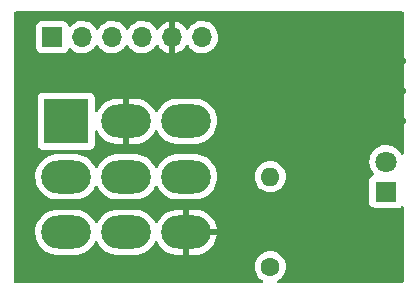
<source format=gbr>
%TF.GenerationSoftware,KiCad,Pcbnew,(6.0.9-0)*%
%TF.CreationDate,2024-03-23T13:32:28+01:00*%
%TF.ProjectId,pt-delay-minima-footswitch,70742d64-656c-4617-992d-6d696e696d61,rev?*%
%TF.SameCoordinates,Original*%
%TF.FileFunction,Copper,L1,Top*%
%TF.FilePolarity,Positive*%
%FSLAX46Y46*%
G04 Gerber Fmt 4.6, Leading zero omitted, Abs format (unit mm)*
G04 Created by KiCad (PCBNEW (6.0.9-0)) date 2024-03-23 13:32:28*
%MOMM*%
%LPD*%
G01*
G04 APERTURE LIST*
%TA.AperFunction,ComponentPad*%
%ADD10R,3.816000X3.816000*%
%TD*%
%TA.AperFunction,ComponentPad*%
%ADD11O,4.200000X2.800000*%
%TD*%
%TA.AperFunction,ComponentPad*%
%ADD12R,1.700000X1.700000*%
%TD*%
%TA.AperFunction,ComponentPad*%
%ADD13O,1.700000X1.700000*%
%TD*%
%TA.AperFunction,ComponentPad*%
%ADD14R,1.800000X1.800000*%
%TD*%
%TA.AperFunction,ComponentPad*%
%ADD15C,1.800000*%
%TD*%
%TA.AperFunction,ComponentPad*%
%ADD16C,1.600000*%
%TD*%
%TA.AperFunction,ComponentPad*%
%ADD17O,1.600000X1.600000*%
%TD*%
%TA.AperFunction,ViaPad*%
%ADD18C,0.700000*%
%TD*%
G04 APERTURE END LIST*
D10*
%TO.P,SW1,1,A*%
%TO.N,/PedalIn*%
X45200000Y-50800000D03*
D11*
%TO.P,SW1,2,B*%
%TO.N,/PedalOut*%
X45200000Y-55500000D03*
%TO.P,SW1,3,C*%
%TO.N,/Return*%
X45200000Y-60200000D03*
%TO.P,SW1,4,A*%
%TO.N,GND*%
X50280000Y-50800000D03*
%TO.P,SW1,5,B*%
%TO.N,/Send*%
X50280000Y-55500000D03*
%TO.P,SW1,6,C*%
%TO.N,/PedalIn*%
X50280000Y-60200000D03*
%TO.P,SW1,7,A*%
%TO.N,unconnected-(SW1-Pad7)*%
X55360000Y-50800000D03*
%TO.P,SW1,8,B*%
%TO.N,/LED_GND*%
X55360000Y-55500000D03*
%TO.P,SW1,9,C*%
%TO.N,GND*%
X55360000Y-60200000D03*
%TD*%
D12*
%TO.P,J1,1,Pin_1*%
%TO.N,/PedalIn*%
X44018000Y-43688000D03*
D13*
%TO.P,J1,2,Pin_2*%
%TO.N,+9V*%
X46558000Y-43688000D03*
%TO.P,J1,3,Pin_3*%
%TO.N,/Send*%
X49098000Y-43688000D03*
%TO.P,J1,4,Pin_4*%
%TO.N,/PedalOut*%
X51638000Y-43688000D03*
%TO.P,J1,5,Pin_5*%
%TO.N,GND*%
X54178000Y-43688000D03*
%TO.P,J1,6,Pin_6*%
%TO.N,/Return*%
X56718000Y-43688000D03*
%TD*%
D14*
%TO.P,D1,1,K*%
%TO.N,Net-(D1-Pad1)*%
X72280000Y-56770000D03*
D15*
%TO.P,D1,2,A*%
%TO.N,+9V*%
X72280000Y-54230000D03*
%TD*%
D16*
%TO.P,R1,1*%
%TO.N,Net-(D1-Pad1)*%
X62484000Y-63119000D03*
D17*
%TO.P,R1,2*%
%TO.N,/LED_GND*%
X62484000Y-55499000D03*
%TD*%
D18*
%TO.N,GND*%
X60960000Y-48260000D03*
X71120000Y-48260000D03*
X71120000Y-50800000D03*
X66802000Y-53340000D03*
X48260000Y-48260000D03*
X41910000Y-43942000D03*
X63500000Y-53340000D03*
X60960000Y-50800000D03*
X41910000Y-63500000D03*
X73660000Y-50800000D03*
X71120000Y-45720000D03*
X71120000Y-63500000D03*
X63500000Y-48260000D03*
X66802000Y-48260000D03*
X66802000Y-55880000D03*
X73152000Y-63500000D03*
X41910000Y-48260000D03*
X60960000Y-53340000D03*
X71120000Y-58420000D03*
X63500000Y-50800000D03*
X66802000Y-58420000D03*
X66802000Y-50800000D03*
X73660000Y-45720000D03*
X73660000Y-48260000D03*
X66802000Y-45720000D03*
%TD*%
%TA.AperFunction,Conductor*%
%TO.N,GND*%
G36*
X73713621Y-41528502D02*
G01*
X73760114Y-41582158D01*
X73771500Y-41634500D01*
X73771500Y-53521962D01*
X73751498Y-53590083D01*
X73697842Y-53636576D01*
X73627568Y-53646680D01*
X73562988Y-53617186D01*
X73529951Y-53572206D01*
X73527631Y-53566870D01*
X73527629Y-53566866D01*
X73525570Y-53562131D01*
X73399764Y-53367665D01*
X73243887Y-53196358D01*
X73239836Y-53193159D01*
X73239832Y-53193155D01*
X73066177Y-53056011D01*
X73066172Y-53056008D01*
X73062123Y-53052810D01*
X73057607Y-53050317D01*
X73057604Y-53050315D01*
X72863879Y-52943373D01*
X72863875Y-52943371D01*
X72859355Y-52940876D01*
X72854486Y-52939152D01*
X72854482Y-52939150D01*
X72645903Y-52865288D01*
X72645899Y-52865287D01*
X72641028Y-52863562D01*
X72635935Y-52862655D01*
X72635932Y-52862654D01*
X72418095Y-52823851D01*
X72418089Y-52823850D01*
X72413006Y-52822945D01*
X72340096Y-52822054D01*
X72186581Y-52820179D01*
X72186579Y-52820179D01*
X72181411Y-52820116D01*
X71952464Y-52855150D01*
X71732314Y-52927106D01*
X71727726Y-52929494D01*
X71727722Y-52929496D01*
X71665492Y-52961891D01*
X71526872Y-53034052D01*
X71522739Y-53037155D01*
X71522736Y-53037157D01*
X71345790Y-53170012D01*
X71341655Y-53173117D01*
X71181639Y-53340564D01*
X71178725Y-53344836D01*
X71178724Y-53344837D01*
X71163152Y-53367665D01*
X71051119Y-53531899D01*
X70953602Y-53741981D01*
X70891707Y-53965169D01*
X70867095Y-54195469D01*
X70867392Y-54200622D01*
X70867392Y-54200625D01*
X70876849Y-54364634D01*
X70880427Y-54426697D01*
X70881564Y-54431743D01*
X70881565Y-54431749D01*
X70903408Y-54528671D01*
X70931346Y-54652642D01*
X70933288Y-54657424D01*
X70933289Y-54657428D01*
X71002044Y-54826751D01*
X71018484Y-54867237D01*
X71139501Y-55064719D01*
X71142882Y-55068622D01*
X71251304Y-55193788D01*
X71280786Y-55258373D01*
X71270671Y-55328646D01*
X71224170Y-55382294D01*
X71200296Y-55394267D01*
X71144515Y-55415179D01*
X71133295Y-55419385D01*
X71016739Y-55506739D01*
X70929385Y-55623295D01*
X70878255Y-55759684D01*
X70871500Y-55821866D01*
X70871500Y-57718134D01*
X70878255Y-57780316D01*
X70929385Y-57916705D01*
X71016739Y-58033261D01*
X71133295Y-58120615D01*
X71269684Y-58171745D01*
X71331866Y-58178500D01*
X73228134Y-58178500D01*
X73290316Y-58171745D01*
X73426705Y-58120615D01*
X73543261Y-58033261D01*
X73548642Y-58026081D01*
X73554992Y-58019731D01*
X73557239Y-58021978D01*
X73601544Y-57988857D01*
X73672363Y-57983838D01*
X73734653Y-58017903D01*
X73768638Y-58080238D01*
X73771500Y-58106941D01*
X73771500Y-64365500D01*
X73751498Y-64433621D01*
X73697842Y-64480114D01*
X73645500Y-64491500D01*
X63203037Y-64491500D01*
X63134916Y-64471498D01*
X63088423Y-64417842D01*
X63078319Y-64347568D01*
X63107813Y-64282988D01*
X63138714Y-64257472D01*
X63140749Y-64256523D01*
X63145258Y-64253366D01*
X63323789Y-64128357D01*
X63323792Y-64128355D01*
X63328300Y-64125198D01*
X63490198Y-63963300D01*
X63621523Y-63775749D01*
X63623846Y-63770767D01*
X63623849Y-63770762D01*
X63715961Y-63573225D01*
X63715961Y-63573224D01*
X63718284Y-63568243D01*
X63777543Y-63347087D01*
X63797498Y-63119000D01*
X63777543Y-62890913D01*
X63718284Y-62669757D01*
X63715961Y-62664775D01*
X63623849Y-62467238D01*
X63623846Y-62467233D01*
X63621523Y-62462251D01*
X63490198Y-62274700D01*
X63328300Y-62112802D01*
X63323792Y-62109645D01*
X63323789Y-62109643D01*
X63216268Y-62034356D01*
X63140749Y-61981477D01*
X63135767Y-61979154D01*
X63135762Y-61979151D01*
X62938225Y-61887039D01*
X62938224Y-61887039D01*
X62933243Y-61884716D01*
X62927935Y-61883294D01*
X62927933Y-61883293D01*
X62717402Y-61826881D01*
X62717400Y-61826881D01*
X62712087Y-61825457D01*
X62484000Y-61805502D01*
X62255913Y-61825457D01*
X62250600Y-61826881D01*
X62250598Y-61826881D01*
X62040067Y-61883293D01*
X62040065Y-61883294D01*
X62034757Y-61884716D01*
X62029776Y-61887039D01*
X62029775Y-61887039D01*
X61832238Y-61979151D01*
X61832233Y-61979154D01*
X61827251Y-61981477D01*
X61751732Y-62034356D01*
X61644211Y-62109643D01*
X61644208Y-62109645D01*
X61639700Y-62112802D01*
X61477802Y-62274700D01*
X61346477Y-62462251D01*
X61344154Y-62467233D01*
X61344151Y-62467238D01*
X61252039Y-62664775D01*
X61249716Y-62669757D01*
X61190457Y-62890913D01*
X61170502Y-63119000D01*
X61190457Y-63347087D01*
X61249716Y-63568243D01*
X61252039Y-63573224D01*
X61252039Y-63573225D01*
X61344151Y-63770762D01*
X61344154Y-63770767D01*
X61346477Y-63775749D01*
X61477802Y-63963300D01*
X61639700Y-64125198D01*
X61644208Y-64128355D01*
X61644211Y-64128357D01*
X61822742Y-64253366D01*
X61827251Y-64256523D01*
X61828780Y-64257236D01*
X61876958Y-64307766D01*
X61890392Y-64377480D01*
X61864004Y-64443390D01*
X61806171Y-64484571D01*
X61764963Y-64491500D01*
X40914500Y-64491500D01*
X40846379Y-64471498D01*
X40799886Y-64417842D01*
X40788500Y-64365500D01*
X40788500Y-60243415D01*
X42586888Y-60243415D01*
X42613193Y-60519130D01*
X42614278Y-60523564D01*
X42614279Y-60523570D01*
X42659684Y-60709124D01*
X42679024Y-60788159D01*
X42680736Y-60792385D01*
X42680737Y-60792389D01*
X42753612Y-60972307D01*
X42783002Y-61044868D01*
X42922948Y-61283878D01*
X43095931Y-61500182D01*
X43298327Y-61689250D01*
X43525896Y-61847120D01*
X43601467Y-61884716D01*
X43769784Y-61968453D01*
X43769787Y-61968454D01*
X43773871Y-61970486D01*
X43778210Y-61971908D01*
X43778209Y-61971908D01*
X44032724Y-62055343D01*
X44032730Y-62055344D01*
X44037057Y-62056763D01*
X44041548Y-62057543D01*
X44041549Y-62057543D01*
X44306160Y-62103487D01*
X44306168Y-62103488D01*
X44309941Y-62104143D01*
X44313778Y-62104334D01*
X44395887Y-62108422D01*
X44395895Y-62108422D01*
X44397458Y-62108500D01*
X45970356Y-62108500D01*
X45972624Y-62108335D01*
X45972636Y-62108335D01*
X46091791Y-62099689D01*
X46176241Y-62093561D01*
X46339383Y-62057543D01*
X46442235Y-62034836D01*
X46442239Y-62034835D01*
X46446695Y-62033851D01*
X46620537Y-61967988D01*
X46701426Y-61937342D01*
X46701429Y-61937341D01*
X46705696Y-61935724D01*
X46905076Y-61824978D01*
X46943827Y-61803454D01*
X46943828Y-61803453D01*
X46947820Y-61801236D01*
X47167993Y-61633205D01*
X47171555Y-61629562D01*
X47358409Y-61438419D01*
X47361604Y-61435151D01*
X47524596Y-61211222D01*
X47627485Y-61015663D01*
X47676904Y-60964691D01*
X47746037Y-60948528D01*
X47812933Y-60972307D01*
X47855777Y-61027031D01*
X47863002Y-61044868D01*
X48002948Y-61283878D01*
X48175931Y-61500182D01*
X48378327Y-61689250D01*
X48605896Y-61847120D01*
X48681467Y-61884716D01*
X48849784Y-61968453D01*
X48849787Y-61968454D01*
X48853871Y-61970486D01*
X48858210Y-61971908D01*
X48858209Y-61971908D01*
X49112724Y-62055343D01*
X49112730Y-62055344D01*
X49117057Y-62056763D01*
X49121548Y-62057543D01*
X49121549Y-62057543D01*
X49386160Y-62103487D01*
X49386168Y-62103488D01*
X49389941Y-62104143D01*
X49393778Y-62104334D01*
X49475887Y-62108422D01*
X49475895Y-62108422D01*
X49477458Y-62108500D01*
X51050356Y-62108500D01*
X51052624Y-62108335D01*
X51052636Y-62108335D01*
X51171791Y-62099689D01*
X51256241Y-62093561D01*
X51419383Y-62057543D01*
X51522235Y-62034836D01*
X51522239Y-62034835D01*
X51526695Y-62033851D01*
X51700537Y-61967988D01*
X51781426Y-61937342D01*
X51781429Y-61937341D01*
X51785696Y-61935724D01*
X51985076Y-61824978D01*
X52023827Y-61803454D01*
X52023828Y-61803453D01*
X52027820Y-61801236D01*
X52247993Y-61633205D01*
X52251555Y-61629562D01*
X52438409Y-61438419D01*
X52441604Y-61435151D01*
X52604596Y-61211222D01*
X52707789Y-61015085D01*
X52757208Y-60964113D01*
X52826341Y-60947950D01*
X52893237Y-60971729D01*
X52936081Y-61026451D01*
X52941737Y-61040414D01*
X52945758Y-61048588D01*
X53081055Y-61279656D01*
X53086211Y-61287157D01*
X53253446Y-61496276D01*
X53259635Y-61502959D01*
X53455305Y-61685743D01*
X53462394Y-61691463D01*
X53682403Y-61844089D01*
X53690236Y-61848721D01*
X53929973Y-61967988D01*
X53938398Y-61971444D01*
X54192845Y-62054857D01*
X54201670Y-62057057D01*
X54466210Y-62102989D01*
X54473828Y-62103836D01*
X54555902Y-62107922D01*
X54559043Y-62108000D01*
X55087885Y-62108000D01*
X55103124Y-62103525D01*
X55104329Y-62102135D01*
X55106000Y-62094452D01*
X55106000Y-62089885D01*
X55614000Y-62089885D01*
X55618475Y-62105124D01*
X55619865Y-62106329D01*
X55627548Y-62108000D01*
X56128053Y-62108000D01*
X56132624Y-62107835D01*
X56331617Y-62093396D01*
X56340626Y-62092082D01*
X56602092Y-62034356D01*
X56610822Y-62031753D01*
X56861215Y-61936888D01*
X56869476Y-61933053D01*
X57103552Y-61803035D01*
X57111177Y-61798045D01*
X57324029Y-61635602D01*
X57330856Y-61629562D01*
X57518026Y-61438096D01*
X57523907Y-61431137D01*
X57681482Y-61214652D01*
X57686302Y-61206906D01*
X57810969Y-60969953D01*
X57814618Y-60961601D01*
X57903778Y-60709124D01*
X57906181Y-60700340D01*
X57951231Y-60471775D01*
X57950052Y-60458862D01*
X57934951Y-60454000D01*
X55632115Y-60454000D01*
X55616876Y-60458475D01*
X55615671Y-60459865D01*
X55614000Y-60467548D01*
X55614000Y-62089885D01*
X55106000Y-62089885D01*
X55106000Y-59927885D01*
X55614000Y-59927885D01*
X55618475Y-59943124D01*
X55619865Y-59944329D01*
X55627548Y-59946000D01*
X57934404Y-59946000D01*
X57948881Y-59941749D01*
X57950944Y-59929488D01*
X57946747Y-59885506D01*
X57945227Y-59876514D01*
X57881584Y-59616429D01*
X57878786Y-59607765D01*
X57778264Y-59359586D01*
X57774242Y-59351412D01*
X57638945Y-59120344D01*
X57633789Y-59112843D01*
X57466554Y-58903724D01*
X57460365Y-58897041D01*
X57264695Y-58714257D01*
X57257606Y-58708537D01*
X57037597Y-58555911D01*
X57029764Y-58551279D01*
X56790027Y-58432012D01*
X56781602Y-58428556D01*
X56527155Y-58345143D01*
X56518330Y-58342943D01*
X56253790Y-58297011D01*
X56246172Y-58296164D01*
X56164098Y-58292078D01*
X56160957Y-58292000D01*
X55632115Y-58292000D01*
X55616876Y-58296475D01*
X55615671Y-58297865D01*
X55614000Y-58305548D01*
X55614000Y-59927885D01*
X55106000Y-59927885D01*
X55106000Y-58310115D01*
X55101525Y-58294876D01*
X55100135Y-58293671D01*
X55092452Y-58292000D01*
X54591947Y-58292000D01*
X54587376Y-58292165D01*
X54388383Y-58306604D01*
X54379374Y-58307918D01*
X54117908Y-58365644D01*
X54109178Y-58368247D01*
X53858785Y-58463112D01*
X53850524Y-58466947D01*
X53616448Y-58596965D01*
X53608823Y-58601955D01*
X53395971Y-58764398D01*
X53389144Y-58770438D01*
X53201974Y-58961904D01*
X53196093Y-58968863D01*
X53038518Y-59185348D01*
X53033698Y-59193094D01*
X52932761Y-59384943D01*
X52883342Y-59435916D01*
X52814209Y-59452079D01*
X52747313Y-59428300D01*
X52704469Y-59373578D01*
X52696998Y-59355132D01*
X52557052Y-59116122D01*
X52384069Y-58899818D01*
X52181673Y-58710750D01*
X51954104Y-58552880D01*
X51772751Y-58462658D01*
X51710216Y-58431547D01*
X51710213Y-58431546D01*
X51706129Y-58429514D01*
X51665245Y-58416112D01*
X51447276Y-58344657D01*
X51447270Y-58344656D01*
X51442943Y-58343237D01*
X51438451Y-58342457D01*
X51173840Y-58296513D01*
X51173832Y-58296512D01*
X51170059Y-58295857D01*
X51157996Y-58295256D01*
X51084113Y-58291578D01*
X51084105Y-58291578D01*
X51082542Y-58291500D01*
X49509644Y-58291500D01*
X49507376Y-58291665D01*
X49507364Y-58291665D01*
X49388209Y-58300311D01*
X49303759Y-58306439D01*
X49168532Y-58336294D01*
X49037765Y-58365164D01*
X49037761Y-58365165D01*
X49033305Y-58366149D01*
X48903804Y-58415213D01*
X48778574Y-58462658D01*
X48778571Y-58462659D01*
X48774304Y-58464276D01*
X48532180Y-58598764D01*
X48312007Y-58766795D01*
X48308814Y-58770061D01*
X48308812Y-58770063D01*
X48215201Y-58865822D01*
X48118396Y-58964849D01*
X47955404Y-59188778D01*
X47953276Y-59192823D01*
X47852515Y-59384337D01*
X47803096Y-59435309D01*
X47733963Y-59451472D01*
X47667067Y-59427693D01*
X47624222Y-59372968D01*
X47618711Y-59359362D01*
X47618709Y-59359357D01*
X47616998Y-59355132D01*
X47477052Y-59116122D01*
X47304069Y-58899818D01*
X47101673Y-58710750D01*
X46874104Y-58552880D01*
X46692751Y-58462658D01*
X46630216Y-58431547D01*
X46630213Y-58431546D01*
X46626129Y-58429514D01*
X46585245Y-58416112D01*
X46367276Y-58344657D01*
X46367270Y-58344656D01*
X46362943Y-58343237D01*
X46358451Y-58342457D01*
X46093840Y-58296513D01*
X46093832Y-58296512D01*
X46090059Y-58295857D01*
X46077996Y-58295256D01*
X46004113Y-58291578D01*
X46004105Y-58291578D01*
X46002542Y-58291500D01*
X44429644Y-58291500D01*
X44427376Y-58291665D01*
X44427364Y-58291665D01*
X44308209Y-58300311D01*
X44223759Y-58306439D01*
X44088532Y-58336294D01*
X43957765Y-58365164D01*
X43957761Y-58365165D01*
X43953305Y-58366149D01*
X43823804Y-58415213D01*
X43698574Y-58462658D01*
X43698571Y-58462659D01*
X43694304Y-58464276D01*
X43452180Y-58598764D01*
X43232007Y-58766795D01*
X43228814Y-58770061D01*
X43228812Y-58770063D01*
X43135201Y-58865822D01*
X43038396Y-58964849D01*
X42875404Y-59188778D01*
X42746444Y-59433890D01*
X42744926Y-59438188D01*
X42744924Y-59438193D01*
X42685042Y-59607765D01*
X42654218Y-59695051D01*
X42600659Y-59966790D01*
X42600432Y-59971347D01*
X42600432Y-59971348D01*
X42591211Y-60156585D01*
X42586888Y-60243415D01*
X40788500Y-60243415D01*
X40788500Y-55543415D01*
X42586888Y-55543415D01*
X42613193Y-55819130D01*
X42614278Y-55823564D01*
X42614279Y-55823570D01*
X42661577Y-56016858D01*
X42679024Y-56088159D01*
X42680736Y-56092385D01*
X42680737Y-56092389D01*
X42743980Y-56248528D01*
X42783002Y-56344868D01*
X42922948Y-56583878D01*
X43095931Y-56800182D01*
X43298327Y-56989250D01*
X43525896Y-57147120D01*
X43654385Y-57211043D01*
X43769784Y-57268453D01*
X43769787Y-57268454D01*
X43773871Y-57270486D01*
X43778210Y-57271908D01*
X43778209Y-57271908D01*
X44032724Y-57355343D01*
X44032730Y-57355344D01*
X44037057Y-57356763D01*
X44041548Y-57357543D01*
X44041549Y-57357543D01*
X44306160Y-57403487D01*
X44306168Y-57403488D01*
X44309941Y-57404143D01*
X44313778Y-57404334D01*
X44395887Y-57408422D01*
X44395895Y-57408422D01*
X44397458Y-57408500D01*
X45970356Y-57408500D01*
X45972624Y-57408335D01*
X45972636Y-57408335D01*
X46091791Y-57399689D01*
X46176241Y-57393561D01*
X46349348Y-57355343D01*
X46442235Y-57334836D01*
X46442239Y-57334835D01*
X46446695Y-57333851D01*
X46619310Y-57268453D01*
X46701426Y-57237342D01*
X46701429Y-57237341D01*
X46705696Y-57235724D01*
X46947820Y-57101236D01*
X47167993Y-56933205D01*
X47361604Y-56735151D01*
X47524596Y-56511222D01*
X47627485Y-56315663D01*
X47676904Y-56264691D01*
X47746037Y-56248528D01*
X47812933Y-56272307D01*
X47855777Y-56327031D01*
X47863002Y-56344868D01*
X48002948Y-56583878D01*
X48175931Y-56800182D01*
X48378327Y-56989250D01*
X48605896Y-57147120D01*
X48734385Y-57211043D01*
X48849784Y-57268453D01*
X48849787Y-57268454D01*
X48853871Y-57270486D01*
X48858210Y-57271908D01*
X48858209Y-57271908D01*
X49112724Y-57355343D01*
X49112730Y-57355344D01*
X49117057Y-57356763D01*
X49121548Y-57357543D01*
X49121549Y-57357543D01*
X49386160Y-57403487D01*
X49386168Y-57403488D01*
X49389941Y-57404143D01*
X49393778Y-57404334D01*
X49475887Y-57408422D01*
X49475895Y-57408422D01*
X49477458Y-57408500D01*
X51050356Y-57408500D01*
X51052624Y-57408335D01*
X51052636Y-57408335D01*
X51171791Y-57399689D01*
X51256241Y-57393561D01*
X51429348Y-57355343D01*
X51522235Y-57334836D01*
X51522239Y-57334835D01*
X51526695Y-57333851D01*
X51699310Y-57268453D01*
X51781426Y-57237342D01*
X51781429Y-57237341D01*
X51785696Y-57235724D01*
X52027820Y-57101236D01*
X52247993Y-56933205D01*
X52441604Y-56735151D01*
X52604596Y-56511222D01*
X52707485Y-56315663D01*
X52756904Y-56264691D01*
X52826037Y-56248528D01*
X52892933Y-56272307D01*
X52935777Y-56327031D01*
X52943002Y-56344868D01*
X53082948Y-56583878D01*
X53255931Y-56800182D01*
X53458327Y-56989250D01*
X53685896Y-57147120D01*
X53814385Y-57211043D01*
X53929784Y-57268453D01*
X53929787Y-57268454D01*
X53933871Y-57270486D01*
X53938210Y-57271908D01*
X53938209Y-57271908D01*
X54192724Y-57355343D01*
X54192730Y-57355344D01*
X54197057Y-57356763D01*
X54201548Y-57357543D01*
X54201549Y-57357543D01*
X54466160Y-57403487D01*
X54466168Y-57403488D01*
X54469941Y-57404143D01*
X54473778Y-57404334D01*
X54555887Y-57408422D01*
X54555895Y-57408422D01*
X54557458Y-57408500D01*
X56130356Y-57408500D01*
X56132624Y-57408335D01*
X56132636Y-57408335D01*
X56251791Y-57399689D01*
X56336241Y-57393561D01*
X56509348Y-57355343D01*
X56602235Y-57334836D01*
X56602239Y-57334835D01*
X56606695Y-57333851D01*
X56779310Y-57268453D01*
X56861426Y-57237342D01*
X56861429Y-57237341D01*
X56865696Y-57235724D01*
X57107820Y-57101236D01*
X57327993Y-56933205D01*
X57521604Y-56735151D01*
X57684596Y-56511222D01*
X57813556Y-56266110D01*
X57905782Y-56004949D01*
X57959341Y-55733210D01*
X57965171Y-55616109D01*
X57971001Y-55499000D01*
X61170502Y-55499000D01*
X61190457Y-55727087D01*
X61249716Y-55948243D01*
X61252039Y-55953224D01*
X61252039Y-55953225D01*
X61344151Y-56150762D01*
X61344154Y-56150767D01*
X61346477Y-56155749D01*
X61477802Y-56343300D01*
X61639700Y-56505198D01*
X61644208Y-56508355D01*
X61644211Y-56508357D01*
X61722389Y-56563098D01*
X61827251Y-56636523D01*
X61832233Y-56638846D01*
X61832238Y-56638849D01*
X62029775Y-56730961D01*
X62034757Y-56733284D01*
X62040065Y-56734706D01*
X62040067Y-56734707D01*
X62250598Y-56791119D01*
X62250600Y-56791119D01*
X62255913Y-56792543D01*
X62484000Y-56812498D01*
X62712087Y-56792543D01*
X62717400Y-56791119D01*
X62717402Y-56791119D01*
X62927933Y-56734707D01*
X62927935Y-56734706D01*
X62933243Y-56733284D01*
X62938225Y-56730961D01*
X63135762Y-56638849D01*
X63135767Y-56638846D01*
X63140749Y-56636523D01*
X63245611Y-56563098D01*
X63323789Y-56508357D01*
X63323792Y-56508355D01*
X63328300Y-56505198D01*
X63490198Y-56343300D01*
X63621523Y-56155749D01*
X63623846Y-56150767D01*
X63623849Y-56150762D01*
X63715961Y-55953225D01*
X63715961Y-55953224D01*
X63718284Y-55948243D01*
X63777543Y-55727087D01*
X63797498Y-55499000D01*
X63777543Y-55270913D01*
X63718284Y-55049757D01*
X63694862Y-54999528D01*
X63623849Y-54847238D01*
X63623846Y-54847233D01*
X63621523Y-54842251D01*
X63510950Y-54684337D01*
X63493357Y-54659211D01*
X63493355Y-54659208D01*
X63490198Y-54654700D01*
X63328300Y-54492802D01*
X63323792Y-54489645D01*
X63323789Y-54489643D01*
X63241108Y-54431749D01*
X63140749Y-54361477D01*
X63135767Y-54359154D01*
X63135762Y-54359151D01*
X62938225Y-54267039D01*
X62938224Y-54267039D01*
X62933243Y-54264716D01*
X62927935Y-54263294D01*
X62927933Y-54263293D01*
X62717402Y-54206881D01*
X62717400Y-54206881D01*
X62712087Y-54205457D01*
X62484000Y-54185502D01*
X62255913Y-54205457D01*
X62250600Y-54206881D01*
X62250598Y-54206881D01*
X62040067Y-54263293D01*
X62040065Y-54263294D01*
X62034757Y-54264716D01*
X62029776Y-54267039D01*
X62029775Y-54267039D01*
X61832238Y-54359151D01*
X61832233Y-54359154D01*
X61827251Y-54361477D01*
X61726892Y-54431749D01*
X61644211Y-54489643D01*
X61644208Y-54489645D01*
X61639700Y-54492802D01*
X61477802Y-54654700D01*
X61474645Y-54659208D01*
X61474643Y-54659211D01*
X61457050Y-54684337D01*
X61346477Y-54842251D01*
X61344154Y-54847233D01*
X61344151Y-54847238D01*
X61273138Y-54999528D01*
X61249716Y-55049757D01*
X61190457Y-55270913D01*
X61170502Y-55499000D01*
X57971001Y-55499000D01*
X57972885Y-55461154D01*
X57972885Y-55461148D01*
X57973112Y-55456585D01*
X57946807Y-55180870D01*
X57901338Y-54995051D01*
X57882061Y-54916275D01*
X57880976Y-54911841D01*
X57864694Y-54871641D01*
X57778711Y-54659361D01*
X57778711Y-54659360D01*
X57776998Y-54655132D01*
X57637052Y-54416122D01*
X57488206Y-54230000D01*
X57466921Y-54203384D01*
X57466920Y-54203382D01*
X57464069Y-54199818D01*
X57261673Y-54010750D01*
X57034104Y-53852880D01*
X56811189Y-53741981D01*
X56790216Y-53731547D01*
X56790213Y-53731546D01*
X56786129Y-53729514D01*
X56745245Y-53716112D01*
X56527276Y-53644657D01*
X56527270Y-53644656D01*
X56522943Y-53643237D01*
X56518451Y-53642457D01*
X56253840Y-53596513D01*
X56253832Y-53596512D01*
X56250059Y-53595857D01*
X56237996Y-53595256D01*
X56164113Y-53591578D01*
X56164105Y-53591578D01*
X56162542Y-53591500D01*
X54589644Y-53591500D01*
X54587376Y-53591665D01*
X54587364Y-53591665D01*
X54468209Y-53600311D01*
X54383759Y-53606439D01*
X54248532Y-53636294D01*
X54117765Y-53665164D01*
X54117761Y-53665165D01*
X54113305Y-53666149D01*
X53983804Y-53715213D01*
X53858574Y-53762658D01*
X53858571Y-53762659D01*
X53854304Y-53764276D01*
X53612180Y-53898764D01*
X53392007Y-54066795D01*
X53198396Y-54264849D01*
X53035404Y-54488778D01*
X53033276Y-54492823D01*
X52932515Y-54684337D01*
X52883096Y-54735309D01*
X52813963Y-54751472D01*
X52747067Y-54727693D01*
X52704222Y-54672968D01*
X52698711Y-54659362D01*
X52698711Y-54659361D01*
X52696998Y-54655132D01*
X52557052Y-54416122D01*
X52408206Y-54230000D01*
X52386921Y-54203384D01*
X52386920Y-54203382D01*
X52384069Y-54199818D01*
X52181673Y-54010750D01*
X51954104Y-53852880D01*
X51731189Y-53741981D01*
X51710216Y-53731547D01*
X51710213Y-53731546D01*
X51706129Y-53729514D01*
X51665245Y-53716112D01*
X51447276Y-53644657D01*
X51447270Y-53644656D01*
X51442943Y-53643237D01*
X51438451Y-53642457D01*
X51173840Y-53596513D01*
X51173832Y-53596512D01*
X51170059Y-53595857D01*
X51157996Y-53595256D01*
X51084113Y-53591578D01*
X51084105Y-53591578D01*
X51082542Y-53591500D01*
X49509644Y-53591500D01*
X49507376Y-53591665D01*
X49507364Y-53591665D01*
X49388209Y-53600311D01*
X49303759Y-53606439D01*
X49168532Y-53636294D01*
X49037765Y-53665164D01*
X49037761Y-53665165D01*
X49033305Y-53666149D01*
X48903804Y-53715213D01*
X48778574Y-53762658D01*
X48778571Y-53762659D01*
X48774304Y-53764276D01*
X48532180Y-53898764D01*
X48312007Y-54066795D01*
X48118396Y-54264849D01*
X47955404Y-54488778D01*
X47953276Y-54492823D01*
X47852515Y-54684337D01*
X47803096Y-54735309D01*
X47733963Y-54751472D01*
X47667067Y-54727693D01*
X47624222Y-54672968D01*
X47618711Y-54659362D01*
X47618711Y-54659361D01*
X47616998Y-54655132D01*
X47477052Y-54416122D01*
X47328206Y-54230000D01*
X47306921Y-54203384D01*
X47306920Y-54203382D01*
X47304069Y-54199818D01*
X47101673Y-54010750D01*
X46874104Y-53852880D01*
X46651189Y-53741981D01*
X46630216Y-53731547D01*
X46630213Y-53731546D01*
X46626129Y-53729514D01*
X46585245Y-53716112D01*
X46367276Y-53644657D01*
X46367270Y-53644656D01*
X46362943Y-53643237D01*
X46358451Y-53642457D01*
X46093840Y-53596513D01*
X46093832Y-53596512D01*
X46090059Y-53595857D01*
X46077996Y-53595256D01*
X46004113Y-53591578D01*
X46004105Y-53591578D01*
X46002542Y-53591500D01*
X44429644Y-53591500D01*
X44427376Y-53591665D01*
X44427364Y-53591665D01*
X44308209Y-53600311D01*
X44223759Y-53606439D01*
X44088532Y-53636294D01*
X43957765Y-53665164D01*
X43957761Y-53665165D01*
X43953305Y-53666149D01*
X43823804Y-53715213D01*
X43698574Y-53762658D01*
X43698571Y-53762659D01*
X43694304Y-53764276D01*
X43452180Y-53898764D01*
X43232007Y-54066795D01*
X43038396Y-54264849D01*
X42875404Y-54488778D01*
X42746444Y-54733890D01*
X42744926Y-54738188D01*
X42744924Y-54738193D01*
X42685096Y-54907611D01*
X42654218Y-54995051D01*
X42600659Y-55266790D01*
X42600432Y-55271347D01*
X42600432Y-55271348D01*
X42588054Y-55519995D01*
X42586888Y-55543415D01*
X40788500Y-55543415D01*
X40788500Y-52756134D01*
X42783500Y-52756134D01*
X42790255Y-52818316D01*
X42841385Y-52954705D01*
X42928739Y-53071261D01*
X43045295Y-53158615D01*
X43181684Y-53209745D01*
X43243866Y-53216500D01*
X47156134Y-53216500D01*
X47218316Y-53209745D01*
X47354705Y-53158615D01*
X47471261Y-53071261D01*
X47558615Y-52954705D01*
X47609745Y-52818316D01*
X47616500Y-52756134D01*
X47616500Y-51681661D01*
X47636502Y-51613540D01*
X47690158Y-51567047D01*
X47760432Y-51556943D01*
X47825012Y-51586437D01*
X47859284Y-51634359D01*
X47861737Y-51640414D01*
X47865758Y-51648588D01*
X48001055Y-51879656D01*
X48006211Y-51887157D01*
X48173446Y-52096276D01*
X48179635Y-52102959D01*
X48375305Y-52285743D01*
X48382394Y-52291463D01*
X48602403Y-52444089D01*
X48610236Y-52448721D01*
X48849973Y-52567988D01*
X48858398Y-52571444D01*
X49112845Y-52654857D01*
X49121670Y-52657057D01*
X49386210Y-52702989D01*
X49393828Y-52703836D01*
X49475902Y-52707922D01*
X49479043Y-52708000D01*
X50007885Y-52708000D01*
X50023124Y-52703525D01*
X50024329Y-52702135D01*
X50026000Y-52694452D01*
X50026000Y-52689885D01*
X50534000Y-52689885D01*
X50538475Y-52705124D01*
X50539865Y-52706329D01*
X50547548Y-52708000D01*
X51048053Y-52708000D01*
X51052624Y-52707835D01*
X51251617Y-52693396D01*
X51260626Y-52692082D01*
X51522092Y-52634356D01*
X51530822Y-52631753D01*
X51781215Y-52536888D01*
X51789476Y-52533053D01*
X52023552Y-52403035D01*
X52031177Y-52398045D01*
X52244029Y-52235602D01*
X52250856Y-52229562D01*
X52438026Y-52038096D01*
X52443907Y-52031137D01*
X52601482Y-51814652D01*
X52606302Y-51806906D01*
X52707239Y-51615057D01*
X52756658Y-51564084D01*
X52825791Y-51547921D01*
X52892687Y-51571700D01*
X52935531Y-51626422D01*
X52943002Y-51644868D01*
X53082948Y-51883878D01*
X53255931Y-52100182D01*
X53458327Y-52289250D01*
X53685896Y-52447120D01*
X53814385Y-52511043D01*
X53929784Y-52568453D01*
X53929787Y-52568454D01*
X53933871Y-52570486D01*
X53938210Y-52571908D01*
X53938209Y-52571908D01*
X54192724Y-52655343D01*
X54192730Y-52655344D01*
X54197057Y-52656763D01*
X54201548Y-52657543D01*
X54201549Y-52657543D01*
X54466160Y-52703487D01*
X54466168Y-52703488D01*
X54469941Y-52704143D01*
X54473778Y-52704334D01*
X54555887Y-52708422D01*
X54555895Y-52708422D01*
X54557458Y-52708500D01*
X56130356Y-52708500D01*
X56132624Y-52708335D01*
X56132636Y-52708335D01*
X56251791Y-52699689D01*
X56336241Y-52693561D01*
X56499383Y-52657543D01*
X56602235Y-52634836D01*
X56602239Y-52634835D01*
X56606695Y-52633851D01*
X56780537Y-52567988D01*
X56861426Y-52537342D01*
X56861429Y-52537341D01*
X56865696Y-52535724D01*
X57107820Y-52401236D01*
X57327993Y-52233205D01*
X57331555Y-52229562D01*
X57518409Y-52038419D01*
X57521604Y-52035151D01*
X57684596Y-51811222D01*
X57813556Y-51566110D01*
X57816794Y-51556943D01*
X57904261Y-51309256D01*
X57905782Y-51304949D01*
X57959341Y-51033210D01*
X57959568Y-51028652D01*
X57972885Y-50761154D01*
X57972885Y-50761148D01*
X57973112Y-50756585D01*
X57946807Y-50480870D01*
X57901338Y-50295051D01*
X57882061Y-50216275D01*
X57880976Y-50211841D01*
X57806623Y-50028271D01*
X57778711Y-49959361D01*
X57778711Y-49959360D01*
X57776998Y-49955132D01*
X57637052Y-49716122D01*
X57464069Y-49499818D01*
X57261673Y-49310750D01*
X57034104Y-49152880D01*
X56852751Y-49062658D01*
X56790216Y-49031547D01*
X56790213Y-49031546D01*
X56786129Y-49029514D01*
X56745245Y-49016112D01*
X56527276Y-48944657D01*
X56527270Y-48944656D01*
X56522943Y-48943237D01*
X56518451Y-48942457D01*
X56253840Y-48896513D01*
X56253832Y-48896512D01*
X56250059Y-48895857D01*
X56237996Y-48895256D01*
X56164113Y-48891578D01*
X56164105Y-48891578D01*
X56162542Y-48891500D01*
X54589644Y-48891500D01*
X54587376Y-48891665D01*
X54587364Y-48891665D01*
X54468209Y-48900311D01*
X54383759Y-48906439D01*
X54248532Y-48936294D01*
X54117765Y-48965164D01*
X54117761Y-48965165D01*
X54113305Y-48966149D01*
X53983805Y-49015212D01*
X53858574Y-49062658D01*
X53858571Y-49062659D01*
X53854304Y-49064276D01*
X53612180Y-49198764D01*
X53392007Y-49366795D01*
X53388814Y-49370061D01*
X53388812Y-49370063D01*
X53295202Y-49465822D01*
X53198396Y-49564849D01*
X53035404Y-49788778D01*
X53033276Y-49792823D01*
X52932211Y-49984915D01*
X52882792Y-50035887D01*
X52813659Y-50052050D01*
X52746763Y-50028271D01*
X52703919Y-49973549D01*
X52698263Y-49959586D01*
X52694242Y-49951412D01*
X52558945Y-49720344D01*
X52553789Y-49712843D01*
X52386554Y-49503724D01*
X52380365Y-49497041D01*
X52184695Y-49314257D01*
X52177606Y-49308537D01*
X51957597Y-49155911D01*
X51949764Y-49151279D01*
X51710027Y-49032012D01*
X51701602Y-49028556D01*
X51447155Y-48945143D01*
X51438330Y-48942943D01*
X51173790Y-48897011D01*
X51166172Y-48896164D01*
X51084098Y-48892078D01*
X51080957Y-48892000D01*
X50552115Y-48892000D01*
X50536876Y-48896475D01*
X50535671Y-48897865D01*
X50534000Y-48905548D01*
X50534000Y-52689885D01*
X50026000Y-52689885D01*
X50026000Y-48910115D01*
X50021525Y-48894876D01*
X50020135Y-48893671D01*
X50012452Y-48892000D01*
X49511947Y-48892000D01*
X49507376Y-48892165D01*
X49308383Y-48906604D01*
X49299374Y-48907918D01*
X49037908Y-48965644D01*
X49029178Y-48968247D01*
X48778785Y-49063112D01*
X48770524Y-49066947D01*
X48536448Y-49196965D01*
X48528823Y-49201955D01*
X48315971Y-49364398D01*
X48309144Y-49370438D01*
X48121974Y-49561904D01*
X48116093Y-49568863D01*
X47958518Y-49785348D01*
X47953698Y-49793094D01*
X47854008Y-49982573D01*
X47804589Y-50033546D01*
X47735457Y-50049709D01*
X47668560Y-50025930D01*
X47625140Y-49969759D01*
X47616500Y-49923906D01*
X47616500Y-48843866D01*
X47609745Y-48781684D01*
X47558615Y-48645295D01*
X47471261Y-48528739D01*
X47354705Y-48441385D01*
X47218316Y-48390255D01*
X47156134Y-48383500D01*
X43243866Y-48383500D01*
X43181684Y-48390255D01*
X43045295Y-48441385D01*
X42928739Y-48528739D01*
X42841385Y-48645295D01*
X42790255Y-48781684D01*
X42783500Y-48843866D01*
X42783500Y-52756134D01*
X40788500Y-52756134D01*
X40788500Y-44586134D01*
X42659500Y-44586134D01*
X42666255Y-44648316D01*
X42717385Y-44784705D01*
X42804739Y-44901261D01*
X42921295Y-44988615D01*
X43057684Y-45039745D01*
X43119866Y-45046500D01*
X44916134Y-45046500D01*
X44978316Y-45039745D01*
X45114705Y-44988615D01*
X45231261Y-44901261D01*
X45318615Y-44784705D01*
X45340799Y-44725529D01*
X45362598Y-44667382D01*
X45405240Y-44610618D01*
X45471802Y-44585918D01*
X45541150Y-44601126D01*
X45575817Y-44629114D01*
X45604250Y-44661938D01*
X45776126Y-44804632D01*
X45969000Y-44917338D01*
X46177692Y-44997030D01*
X46182760Y-44998061D01*
X46182763Y-44998062D01*
X46277862Y-45017410D01*
X46396597Y-45041567D01*
X46401772Y-45041757D01*
X46401774Y-45041757D01*
X46614673Y-45049564D01*
X46614677Y-45049564D01*
X46619837Y-45049753D01*
X46624957Y-45049097D01*
X46624959Y-45049097D01*
X46836288Y-45022025D01*
X46836289Y-45022025D01*
X46841416Y-45021368D01*
X46846366Y-45019883D01*
X47050429Y-44958661D01*
X47050434Y-44958659D01*
X47055384Y-44957174D01*
X47255994Y-44858896D01*
X47437860Y-44729173D01*
X47596096Y-44571489D01*
X47726453Y-44390077D01*
X47727776Y-44391028D01*
X47774645Y-44347857D01*
X47844580Y-44335625D01*
X47910026Y-44363144D01*
X47937875Y-44394994D01*
X47997987Y-44493088D01*
X48144250Y-44661938D01*
X48316126Y-44804632D01*
X48509000Y-44917338D01*
X48717692Y-44997030D01*
X48722760Y-44998061D01*
X48722763Y-44998062D01*
X48817862Y-45017410D01*
X48936597Y-45041567D01*
X48941772Y-45041757D01*
X48941774Y-45041757D01*
X49154673Y-45049564D01*
X49154677Y-45049564D01*
X49159837Y-45049753D01*
X49164957Y-45049097D01*
X49164959Y-45049097D01*
X49376288Y-45022025D01*
X49376289Y-45022025D01*
X49381416Y-45021368D01*
X49386366Y-45019883D01*
X49590429Y-44958661D01*
X49590434Y-44958659D01*
X49595384Y-44957174D01*
X49795994Y-44858896D01*
X49977860Y-44729173D01*
X50136096Y-44571489D01*
X50266453Y-44390077D01*
X50267776Y-44391028D01*
X50314645Y-44347857D01*
X50384580Y-44335625D01*
X50450026Y-44363144D01*
X50477875Y-44394994D01*
X50537987Y-44493088D01*
X50684250Y-44661938D01*
X50856126Y-44804632D01*
X51049000Y-44917338D01*
X51257692Y-44997030D01*
X51262760Y-44998061D01*
X51262763Y-44998062D01*
X51357862Y-45017410D01*
X51476597Y-45041567D01*
X51481772Y-45041757D01*
X51481774Y-45041757D01*
X51694673Y-45049564D01*
X51694677Y-45049564D01*
X51699837Y-45049753D01*
X51704957Y-45049097D01*
X51704959Y-45049097D01*
X51916288Y-45022025D01*
X51916289Y-45022025D01*
X51921416Y-45021368D01*
X51926366Y-45019883D01*
X52130429Y-44958661D01*
X52130434Y-44958659D01*
X52135384Y-44957174D01*
X52335994Y-44858896D01*
X52517860Y-44729173D01*
X52676096Y-44571489D01*
X52806453Y-44390077D01*
X52807640Y-44390930D01*
X52854960Y-44347362D01*
X52924897Y-44335145D01*
X52990338Y-44362678D01*
X53018166Y-44394511D01*
X53075694Y-44488388D01*
X53081777Y-44496699D01*
X53221213Y-44657667D01*
X53228580Y-44664883D01*
X53392434Y-44800916D01*
X53400881Y-44806831D01*
X53584756Y-44914279D01*
X53594042Y-44918729D01*
X53793001Y-44994703D01*
X53802899Y-44997579D01*
X53906250Y-45018606D01*
X53920299Y-45017410D01*
X53924000Y-45007065D01*
X53924000Y-45006517D01*
X54432000Y-45006517D01*
X54436064Y-45020359D01*
X54449478Y-45022393D01*
X54456184Y-45021534D01*
X54466262Y-45019392D01*
X54670255Y-44958191D01*
X54679842Y-44954433D01*
X54871095Y-44860739D01*
X54879945Y-44855464D01*
X55053328Y-44731792D01*
X55061200Y-44725139D01*
X55212052Y-44574812D01*
X55218730Y-44566965D01*
X55346022Y-44389819D01*
X55347279Y-44390722D01*
X55394373Y-44347362D01*
X55464311Y-44335145D01*
X55529751Y-44362678D01*
X55557579Y-44394511D01*
X55617987Y-44493088D01*
X55764250Y-44661938D01*
X55936126Y-44804632D01*
X56129000Y-44917338D01*
X56337692Y-44997030D01*
X56342760Y-44998061D01*
X56342763Y-44998062D01*
X56437862Y-45017410D01*
X56556597Y-45041567D01*
X56561772Y-45041757D01*
X56561774Y-45041757D01*
X56774673Y-45049564D01*
X56774677Y-45049564D01*
X56779837Y-45049753D01*
X56784957Y-45049097D01*
X56784959Y-45049097D01*
X56996288Y-45022025D01*
X56996289Y-45022025D01*
X57001416Y-45021368D01*
X57006366Y-45019883D01*
X57210429Y-44958661D01*
X57210434Y-44958659D01*
X57215384Y-44957174D01*
X57415994Y-44858896D01*
X57597860Y-44729173D01*
X57756096Y-44571489D01*
X57886453Y-44390077D01*
X57899995Y-44362678D01*
X57983136Y-44194453D01*
X57983137Y-44194451D01*
X57985430Y-44189811D01*
X58050370Y-43976069D01*
X58079529Y-43754590D01*
X58081156Y-43688000D01*
X58062852Y-43465361D01*
X58008431Y-43248702D01*
X57919354Y-43043840D01*
X57798014Y-42856277D01*
X57647670Y-42691051D01*
X57643619Y-42687852D01*
X57643615Y-42687848D01*
X57476414Y-42555800D01*
X57476410Y-42555798D01*
X57472359Y-42552598D01*
X57436028Y-42532542D01*
X57420136Y-42523769D01*
X57276789Y-42444638D01*
X57271920Y-42442914D01*
X57271916Y-42442912D01*
X57071087Y-42371795D01*
X57071083Y-42371794D01*
X57066212Y-42370069D01*
X57061119Y-42369162D01*
X57061116Y-42369161D01*
X56851373Y-42331800D01*
X56851367Y-42331799D01*
X56846284Y-42330894D01*
X56772452Y-42329992D01*
X56628081Y-42328228D01*
X56628079Y-42328228D01*
X56622911Y-42328165D01*
X56402091Y-42361955D01*
X56189756Y-42431357D01*
X55991607Y-42534507D01*
X55987474Y-42537610D01*
X55987471Y-42537612D01*
X55817100Y-42665530D01*
X55812965Y-42668635D01*
X55809393Y-42672373D01*
X55701729Y-42785037D01*
X55658629Y-42830138D01*
X55551204Y-42987618D01*
X55550898Y-42988066D01*
X55495987Y-43033069D01*
X55425462Y-43041240D01*
X55361715Y-43009986D01*
X55341018Y-42985502D01*
X55260426Y-42860926D01*
X55254136Y-42852757D01*
X55110806Y-42695240D01*
X55103273Y-42688215D01*
X54936139Y-42556222D01*
X54927552Y-42550517D01*
X54741117Y-42447599D01*
X54731705Y-42443369D01*
X54530959Y-42372280D01*
X54520988Y-42369646D01*
X54449837Y-42356972D01*
X54436540Y-42358432D01*
X54432000Y-42372989D01*
X54432000Y-45006517D01*
X53924000Y-45006517D01*
X53924000Y-42371102D01*
X53920082Y-42357758D01*
X53905806Y-42355771D01*
X53867324Y-42361660D01*
X53857288Y-42364051D01*
X53654868Y-42430212D01*
X53645359Y-42434209D01*
X53456463Y-42532542D01*
X53447738Y-42538036D01*
X53277433Y-42665905D01*
X53269726Y-42672748D01*
X53122590Y-42826717D01*
X53116109Y-42834722D01*
X53011498Y-42988074D01*
X52956587Y-43033076D01*
X52886062Y-43041247D01*
X52822315Y-43009993D01*
X52801618Y-42985509D01*
X52720822Y-42860617D01*
X52720820Y-42860614D01*
X52718014Y-42856277D01*
X52567670Y-42691051D01*
X52563619Y-42687852D01*
X52563615Y-42687848D01*
X52396414Y-42555800D01*
X52396410Y-42555798D01*
X52392359Y-42552598D01*
X52356028Y-42532542D01*
X52340136Y-42523769D01*
X52196789Y-42444638D01*
X52191920Y-42442914D01*
X52191916Y-42442912D01*
X51991087Y-42371795D01*
X51991083Y-42371794D01*
X51986212Y-42370069D01*
X51981119Y-42369162D01*
X51981116Y-42369161D01*
X51771373Y-42331800D01*
X51771367Y-42331799D01*
X51766284Y-42330894D01*
X51692452Y-42329992D01*
X51548081Y-42328228D01*
X51548079Y-42328228D01*
X51542911Y-42328165D01*
X51322091Y-42361955D01*
X51109756Y-42431357D01*
X50911607Y-42534507D01*
X50907474Y-42537610D01*
X50907471Y-42537612D01*
X50737100Y-42665530D01*
X50732965Y-42668635D01*
X50729393Y-42672373D01*
X50621729Y-42785037D01*
X50578629Y-42830138D01*
X50471201Y-42987621D01*
X50416293Y-43032621D01*
X50345768Y-43040792D01*
X50282021Y-43009538D01*
X50261324Y-42985054D01*
X50180822Y-42860617D01*
X50180820Y-42860614D01*
X50178014Y-42856277D01*
X50027670Y-42691051D01*
X50023619Y-42687852D01*
X50023615Y-42687848D01*
X49856414Y-42555800D01*
X49856410Y-42555798D01*
X49852359Y-42552598D01*
X49816028Y-42532542D01*
X49800136Y-42523769D01*
X49656789Y-42444638D01*
X49651920Y-42442914D01*
X49651916Y-42442912D01*
X49451087Y-42371795D01*
X49451083Y-42371794D01*
X49446212Y-42370069D01*
X49441119Y-42369162D01*
X49441116Y-42369161D01*
X49231373Y-42331800D01*
X49231367Y-42331799D01*
X49226284Y-42330894D01*
X49152452Y-42329992D01*
X49008081Y-42328228D01*
X49008079Y-42328228D01*
X49002911Y-42328165D01*
X48782091Y-42361955D01*
X48569756Y-42431357D01*
X48371607Y-42534507D01*
X48367474Y-42537610D01*
X48367471Y-42537612D01*
X48197100Y-42665530D01*
X48192965Y-42668635D01*
X48189393Y-42672373D01*
X48081729Y-42785037D01*
X48038629Y-42830138D01*
X47931201Y-42987621D01*
X47876293Y-43032621D01*
X47805768Y-43040792D01*
X47742021Y-43009538D01*
X47721324Y-42985054D01*
X47640822Y-42860617D01*
X47640820Y-42860614D01*
X47638014Y-42856277D01*
X47487670Y-42691051D01*
X47483619Y-42687852D01*
X47483615Y-42687848D01*
X47316414Y-42555800D01*
X47316410Y-42555798D01*
X47312359Y-42552598D01*
X47276028Y-42532542D01*
X47260136Y-42523769D01*
X47116789Y-42444638D01*
X47111920Y-42442914D01*
X47111916Y-42442912D01*
X46911087Y-42371795D01*
X46911083Y-42371794D01*
X46906212Y-42370069D01*
X46901119Y-42369162D01*
X46901116Y-42369161D01*
X46691373Y-42331800D01*
X46691367Y-42331799D01*
X46686284Y-42330894D01*
X46612452Y-42329992D01*
X46468081Y-42328228D01*
X46468079Y-42328228D01*
X46462911Y-42328165D01*
X46242091Y-42361955D01*
X46029756Y-42431357D01*
X45831607Y-42534507D01*
X45827474Y-42537610D01*
X45827471Y-42537612D01*
X45657100Y-42665530D01*
X45652965Y-42668635D01*
X45596537Y-42727684D01*
X45572283Y-42753064D01*
X45510759Y-42788494D01*
X45439846Y-42785037D01*
X45382060Y-42743791D01*
X45363207Y-42710243D01*
X45321767Y-42599703D01*
X45318615Y-42591295D01*
X45231261Y-42474739D01*
X45114705Y-42387385D01*
X44978316Y-42336255D01*
X44916134Y-42329500D01*
X43119866Y-42329500D01*
X43057684Y-42336255D01*
X42921295Y-42387385D01*
X42804739Y-42474739D01*
X42717385Y-42591295D01*
X42666255Y-42727684D01*
X42659500Y-42789866D01*
X42659500Y-44586134D01*
X40788500Y-44586134D01*
X40788500Y-41634500D01*
X40808502Y-41566379D01*
X40862158Y-41519886D01*
X40914500Y-41508500D01*
X73645500Y-41508500D01*
X73713621Y-41528502D01*
G37*
%TD.AperFunction*%
%TD*%
M02*

</source>
